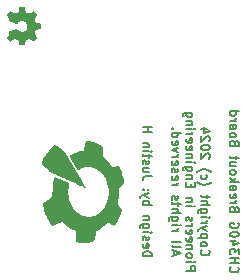
<source format=gbr>
%TF.GenerationSoftware,KiCad,Pcbnew,7.0.7*%
%TF.CreationDate,2024-04-10T23:56:21-07:00*%
%TF.ProjectId,USBTTL,55534254-544c-42e6-9b69-6361645f7063,rev?*%
%TF.SameCoordinates,Original*%
%TF.FileFunction,Legend,Bot*%
%TF.FilePolarity,Positive*%
%FSLAX46Y46*%
G04 Gerber Fmt 4.6, Leading zero omitted, Abs format (unit mm)*
G04 Created by KiCad (PCBNEW 7.0.7) date 2024-04-10 23:56:21*
%MOMM*%
%LPD*%
G01*
G04 APERTURE LIST*
%ADD10C,0.152400*%
G04 APERTURE END LIST*
D10*
X77534670Y-55868142D02*
X77498385Y-55904428D01*
X77498385Y-55904428D02*
X77462099Y-56013285D01*
X77462099Y-56013285D02*
X77462099Y-56085857D01*
X77462099Y-56085857D02*
X77498385Y-56194714D01*
X77498385Y-56194714D02*
X77570956Y-56267285D01*
X77570956Y-56267285D02*
X77643527Y-56303571D01*
X77643527Y-56303571D02*
X77788670Y-56339857D01*
X77788670Y-56339857D02*
X77897527Y-56339857D01*
X77897527Y-56339857D02*
X78042670Y-56303571D01*
X78042670Y-56303571D02*
X78115242Y-56267285D01*
X78115242Y-56267285D02*
X78187813Y-56194714D01*
X78187813Y-56194714D02*
X78224099Y-56085857D01*
X78224099Y-56085857D02*
X78224099Y-56013285D01*
X78224099Y-56013285D02*
X78187813Y-55904428D01*
X78187813Y-55904428D02*
X78151527Y-55868142D01*
X77462099Y-55541571D02*
X78224099Y-55541571D01*
X77861242Y-55541571D02*
X77861242Y-55106142D01*
X77462099Y-55106142D02*
X78224099Y-55106142D01*
X78224099Y-54815856D02*
X78224099Y-54344142D01*
X78224099Y-54344142D02*
X77933813Y-54598142D01*
X77933813Y-54598142D02*
X77933813Y-54489285D01*
X77933813Y-54489285D02*
X77897527Y-54416714D01*
X77897527Y-54416714D02*
X77861242Y-54380428D01*
X77861242Y-54380428D02*
X77788670Y-54344142D01*
X77788670Y-54344142D02*
X77607242Y-54344142D01*
X77607242Y-54344142D02*
X77534670Y-54380428D01*
X77534670Y-54380428D02*
X77498385Y-54416714D01*
X77498385Y-54416714D02*
X77462099Y-54489285D01*
X77462099Y-54489285D02*
X77462099Y-54706999D01*
X77462099Y-54706999D02*
X77498385Y-54779571D01*
X77498385Y-54779571D02*
X77534670Y-54815856D01*
X77970099Y-53691000D02*
X77462099Y-53691000D01*
X78260385Y-53872428D02*
X77716099Y-54053857D01*
X77716099Y-54053857D02*
X77716099Y-53582142D01*
X78224099Y-53146714D02*
X78224099Y-53074143D01*
X78224099Y-53074143D02*
X78187813Y-53001571D01*
X78187813Y-53001571D02*
X78151527Y-52965286D01*
X78151527Y-52965286D02*
X78078956Y-52929000D01*
X78078956Y-52929000D02*
X77933813Y-52892714D01*
X77933813Y-52892714D02*
X77752385Y-52892714D01*
X77752385Y-52892714D02*
X77607242Y-52929000D01*
X77607242Y-52929000D02*
X77534670Y-52965286D01*
X77534670Y-52965286D02*
X77498385Y-53001571D01*
X77498385Y-53001571D02*
X77462099Y-53074143D01*
X77462099Y-53074143D02*
X77462099Y-53146714D01*
X77462099Y-53146714D02*
X77498385Y-53219286D01*
X77498385Y-53219286D02*
X77534670Y-53255571D01*
X77534670Y-53255571D02*
X77607242Y-53291857D01*
X77607242Y-53291857D02*
X77752385Y-53328143D01*
X77752385Y-53328143D02*
X77933813Y-53328143D01*
X77933813Y-53328143D02*
X78078956Y-53291857D01*
X78078956Y-53291857D02*
X78151527Y-53255571D01*
X78151527Y-53255571D02*
X78187813Y-53219286D01*
X78187813Y-53219286D02*
X78224099Y-53146714D01*
X78187813Y-52167000D02*
X78224099Y-52239572D01*
X78224099Y-52239572D02*
X78224099Y-52348429D01*
X78224099Y-52348429D02*
X78187813Y-52457286D01*
X78187813Y-52457286D02*
X78115242Y-52529857D01*
X78115242Y-52529857D02*
X78042670Y-52566143D01*
X78042670Y-52566143D02*
X77897527Y-52602429D01*
X77897527Y-52602429D02*
X77788670Y-52602429D01*
X77788670Y-52602429D02*
X77643527Y-52566143D01*
X77643527Y-52566143D02*
X77570956Y-52529857D01*
X77570956Y-52529857D02*
X77498385Y-52457286D01*
X77498385Y-52457286D02*
X77462099Y-52348429D01*
X77462099Y-52348429D02*
X77462099Y-52275857D01*
X77462099Y-52275857D02*
X77498385Y-52167000D01*
X77498385Y-52167000D02*
X77534670Y-52130714D01*
X77534670Y-52130714D02*
X77788670Y-52130714D01*
X77788670Y-52130714D02*
X77788670Y-52275857D01*
X77861242Y-50969572D02*
X77824956Y-50860715D01*
X77824956Y-50860715D02*
X77788670Y-50824429D01*
X77788670Y-50824429D02*
X77716099Y-50788143D01*
X77716099Y-50788143D02*
X77607242Y-50788143D01*
X77607242Y-50788143D02*
X77534670Y-50824429D01*
X77534670Y-50824429D02*
X77498385Y-50860715D01*
X77498385Y-50860715D02*
X77462099Y-50933286D01*
X77462099Y-50933286D02*
X77462099Y-51223572D01*
X77462099Y-51223572D02*
X78224099Y-51223572D01*
X78224099Y-51223572D02*
X78224099Y-50969572D01*
X78224099Y-50969572D02*
X78187813Y-50897001D01*
X78187813Y-50897001D02*
X78151527Y-50860715D01*
X78151527Y-50860715D02*
X78078956Y-50824429D01*
X78078956Y-50824429D02*
X78006385Y-50824429D01*
X78006385Y-50824429D02*
X77933813Y-50860715D01*
X77933813Y-50860715D02*
X77897527Y-50897001D01*
X77897527Y-50897001D02*
X77861242Y-50969572D01*
X77861242Y-50969572D02*
X77861242Y-51223572D01*
X77462099Y-50461572D02*
X77970099Y-50461572D01*
X77824956Y-50461572D02*
X77897527Y-50425286D01*
X77897527Y-50425286D02*
X77933813Y-50389001D01*
X77933813Y-50389001D02*
X77970099Y-50316429D01*
X77970099Y-50316429D02*
X77970099Y-50243858D01*
X77498385Y-49699572D02*
X77462099Y-49772144D01*
X77462099Y-49772144D02*
X77462099Y-49917287D01*
X77462099Y-49917287D02*
X77498385Y-49989858D01*
X77498385Y-49989858D02*
X77570956Y-50026144D01*
X77570956Y-50026144D02*
X77861242Y-50026144D01*
X77861242Y-50026144D02*
X77933813Y-49989858D01*
X77933813Y-49989858D02*
X77970099Y-49917287D01*
X77970099Y-49917287D02*
X77970099Y-49772144D01*
X77970099Y-49772144D02*
X77933813Y-49699572D01*
X77933813Y-49699572D02*
X77861242Y-49663287D01*
X77861242Y-49663287D02*
X77788670Y-49663287D01*
X77788670Y-49663287D02*
X77716099Y-50026144D01*
X77462099Y-49010144D02*
X77861242Y-49010144D01*
X77861242Y-49010144D02*
X77933813Y-49046429D01*
X77933813Y-49046429D02*
X77970099Y-49119001D01*
X77970099Y-49119001D02*
X77970099Y-49264144D01*
X77970099Y-49264144D02*
X77933813Y-49336715D01*
X77498385Y-49010144D02*
X77462099Y-49082715D01*
X77462099Y-49082715D02*
X77462099Y-49264144D01*
X77462099Y-49264144D02*
X77498385Y-49336715D01*
X77498385Y-49336715D02*
X77570956Y-49373001D01*
X77570956Y-49373001D02*
X77643527Y-49373001D01*
X77643527Y-49373001D02*
X77716099Y-49336715D01*
X77716099Y-49336715D02*
X77752385Y-49264144D01*
X77752385Y-49264144D02*
X77752385Y-49082715D01*
X77752385Y-49082715D02*
X77788670Y-49010144D01*
X77462099Y-48647286D02*
X78224099Y-48647286D01*
X77752385Y-48574715D02*
X77462099Y-48357000D01*
X77970099Y-48357000D02*
X77679813Y-48647286D01*
X77462099Y-47921572D02*
X77498385Y-47994143D01*
X77498385Y-47994143D02*
X77534670Y-48030429D01*
X77534670Y-48030429D02*
X77607242Y-48066715D01*
X77607242Y-48066715D02*
X77824956Y-48066715D01*
X77824956Y-48066715D02*
X77897527Y-48030429D01*
X77897527Y-48030429D02*
X77933813Y-47994143D01*
X77933813Y-47994143D02*
X77970099Y-47921572D01*
X77970099Y-47921572D02*
X77970099Y-47812715D01*
X77970099Y-47812715D02*
X77933813Y-47740143D01*
X77933813Y-47740143D02*
X77897527Y-47703858D01*
X77897527Y-47703858D02*
X77824956Y-47667572D01*
X77824956Y-47667572D02*
X77607242Y-47667572D01*
X77607242Y-47667572D02*
X77534670Y-47703858D01*
X77534670Y-47703858D02*
X77498385Y-47740143D01*
X77498385Y-47740143D02*
X77462099Y-47812715D01*
X77462099Y-47812715D02*
X77462099Y-47921572D01*
X77970099Y-47014429D02*
X77462099Y-47014429D01*
X77970099Y-47341000D02*
X77570956Y-47341000D01*
X77570956Y-47341000D02*
X77498385Y-47304714D01*
X77498385Y-47304714D02*
X77462099Y-47232143D01*
X77462099Y-47232143D02*
X77462099Y-47123286D01*
X77462099Y-47123286D02*
X77498385Y-47050714D01*
X77498385Y-47050714D02*
X77534670Y-47014429D01*
X77970099Y-46760428D02*
X77970099Y-46470142D01*
X78224099Y-46651571D02*
X77570956Y-46651571D01*
X77570956Y-46651571D02*
X77498385Y-46615285D01*
X77498385Y-46615285D02*
X77462099Y-46542714D01*
X77462099Y-46542714D02*
X77462099Y-46470142D01*
X77861242Y-45381571D02*
X77824956Y-45272714D01*
X77824956Y-45272714D02*
X77788670Y-45236428D01*
X77788670Y-45236428D02*
X77716099Y-45200142D01*
X77716099Y-45200142D02*
X77607242Y-45200142D01*
X77607242Y-45200142D02*
X77534670Y-45236428D01*
X77534670Y-45236428D02*
X77498385Y-45272714D01*
X77498385Y-45272714D02*
X77462099Y-45345285D01*
X77462099Y-45345285D02*
X77462099Y-45635571D01*
X77462099Y-45635571D02*
X78224099Y-45635571D01*
X78224099Y-45635571D02*
X78224099Y-45381571D01*
X78224099Y-45381571D02*
X78187813Y-45309000D01*
X78187813Y-45309000D02*
X78151527Y-45272714D01*
X78151527Y-45272714D02*
X78078956Y-45236428D01*
X78078956Y-45236428D02*
X78006385Y-45236428D01*
X78006385Y-45236428D02*
X77933813Y-45272714D01*
X77933813Y-45272714D02*
X77897527Y-45309000D01*
X77897527Y-45309000D02*
X77861242Y-45381571D01*
X77861242Y-45381571D02*
X77861242Y-45635571D01*
X77462099Y-44764714D02*
X77498385Y-44837285D01*
X77498385Y-44837285D02*
X77534670Y-44873571D01*
X77534670Y-44873571D02*
X77607242Y-44909857D01*
X77607242Y-44909857D02*
X77824956Y-44909857D01*
X77824956Y-44909857D02*
X77897527Y-44873571D01*
X77897527Y-44873571D02*
X77933813Y-44837285D01*
X77933813Y-44837285D02*
X77970099Y-44764714D01*
X77970099Y-44764714D02*
X77970099Y-44655857D01*
X77970099Y-44655857D02*
X77933813Y-44583285D01*
X77933813Y-44583285D02*
X77897527Y-44547000D01*
X77897527Y-44547000D02*
X77824956Y-44510714D01*
X77824956Y-44510714D02*
X77607242Y-44510714D01*
X77607242Y-44510714D02*
X77534670Y-44547000D01*
X77534670Y-44547000D02*
X77498385Y-44583285D01*
X77498385Y-44583285D02*
X77462099Y-44655857D01*
X77462099Y-44655857D02*
X77462099Y-44764714D01*
X77462099Y-43857571D02*
X77861242Y-43857571D01*
X77861242Y-43857571D02*
X77933813Y-43893856D01*
X77933813Y-43893856D02*
X77970099Y-43966428D01*
X77970099Y-43966428D02*
X77970099Y-44111571D01*
X77970099Y-44111571D02*
X77933813Y-44184142D01*
X77498385Y-43857571D02*
X77462099Y-43930142D01*
X77462099Y-43930142D02*
X77462099Y-44111571D01*
X77462099Y-44111571D02*
X77498385Y-44184142D01*
X77498385Y-44184142D02*
X77570956Y-44220428D01*
X77570956Y-44220428D02*
X77643527Y-44220428D01*
X77643527Y-44220428D02*
X77716099Y-44184142D01*
X77716099Y-44184142D02*
X77752385Y-44111571D01*
X77752385Y-44111571D02*
X77752385Y-43930142D01*
X77752385Y-43930142D02*
X77788670Y-43857571D01*
X77462099Y-43494713D02*
X77970099Y-43494713D01*
X77824956Y-43494713D02*
X77897527Y-43458427D01*
X77897527Y-43458427D02*
X77933813Y-43422142D01*
X77933813Y-43422142D02*
X77970099Y-43349570D01*
X77970099Y-43349570D02*
X77970099Y-43276999D01*
X77462099Y-42696428D02*
X78224099Y-42696428D01*
X77498385Y-42696428D02*
X77462099Y-42768999D01*
X77462099Y-42768999D02*
X77462099Y-42914142D01*
X77462099Y-42914142D02*
X77498385Y-42986713D01*
X77498385Y-42986713D02*
X77534670Y-43022999D01*
X77534670Y-43022999D02*
X77607242Y-43059285D01*
X77607242Y-43059285D02*
X77824956Y-43059285D01*
X77824956Y-43059285D02*
X77897527Y-43022999D01*
X77897527Y-43022999D02*
X77933813Y-42986713D01*
X77933813Y-42986713D02*
X77970099Y-42914142D01*
X77970099Y-42914142D02*
X77970099Y-42768999D01*
X77970099Y-42768999D02*
X77933813Y-42696428D01*
X75081030Y-54434856D02*
X75044745Y-54471142D01*
X75044745Y-54471142D02*
X75008459Y-54579999D01*
X75008459Y-54579999D02*
X75008459Y-54652571D01*
X75008459Y-54652571D02*
X75044745Y-54761428D01*
X75044745Y-54761428D02*
X75117316Y-54833999D01*
X75117316Y-54833999D02*
X75189887Y-54870285D01*
X75189887Y-54870285D02*
X75335030Y-54906571D01*
X75335030Y-54906571D02*
X75443887Y-54906571D01*
X75443887Y-54906571D02*
X75589030Y-54870285D01*
X75589030Y-54870285D02*
X75661602Y-54833999D01*
X75661602Y-54833999D02*
X75734173Y-54761428D01*
X75734173Y-54761428D02*
X75770459Y-54652571D01*
X75770459Y-54652571D02*
X75770459Y-54579999D01*
X75770459Y-54579999D02*
X75734173Y-54471142D01*
X75734173Y-54471142D02*
X75697887Y-54434856D01*
X75008459Y-53999428D02*
X75044745Y-54071999D01*
X75044745Y-54071999D02*
X75081030Y-54108285D01*
X75081030Y-54108285D02*
X75153602Y-54144571D01*
X75153602Y-54144571D02*
X75371316Y-54144571D01*
X75371316Y-54144571D02*
X75443887Y-54108285D01*
X75443887Y-54108285D02*
X75480173Y-54071999D01*
X75480173Y-54071999D02*
X75516459Y-53999428D01*
X75516459Y-53999428D02*
X75516459Y-53890571D01*
X75516459Y-53890571D02*
X75480173Y-53817999D01*
X75480173Y-53817999D02*
X75443887Y-53781714D01*
X75443887Y-53781714D02*
X75371316Y-53745428D01*
X75371316Y-53745428D02*
X75153602Y-53745428D01*
X75153602Y-53745428D02*
X75081030Y-53781714D01*
X75081030Y-53781714D02*
X75044745Y-53817999D01*
X75044745Y-53817999D02*
X75008459Y-53890571D01*
X75008459Y-53890571D02*
X75008459Y-53999428D01*
X75516459Y-53418856D02*
X74754459Y-53418856D01*
X75480173Y-53418856D02*
X75516459Y-53346285D01*
X75516459Y-53346285D02*
X75516459Y-53201142D01*
X75516459Y-53201142D02*
X75480173Y-53128570D01*
X75480173Y-53128570D02*
X75443887Y-53092285D01*
X75443887Y-53092285D02*
X75371316Y-53055999D01*
X75371316Y-53055999D02*
X75153602Y-53055999D01*
X75153602Y-53055999D02*
X75081030Y-53092285D01*
X75081030Y-53092285D02*
X75044745Y-53128570D01*
X75044745Y-53128570D02*
X75008459Y-53201142D01*
X75008459Y-53201142D02*
X75008459Y-53346285D01*
X75008459Y-53346285D02*
X75044745Y-53418856D01*
X75516459Y-52801998D02*
X75008459Y-52620570D01*
X75516459Y-52439141D02*
X75008459Y-52620570D01*
X75008459Y-52620570D02*
X74827030Y-52693141D01*
X74827030Y-52693141D02*
X74790745Y-52729427D01*
X74790745Y-52729427D02*
X74754459Y-52801998D01*
X75008459Y-52148856D02*
X75516459Y-52148856D01*
X75371316Y-52148856D02*
X75443887Y-52112570D01*
X75443887Y-52112570D02*
X75480173Y-52076285D01*
X75480173Y-52076285D02*
X75516459Y-52003713D01*
X75516459Y-52003713D02*
X75516459Y-51931142D01*
X75008459Y-51677142D02*
X75516459Y-51677142D01*
X75770459Y-51677142D02*
X75734173Y-51713428D01*
X75734173Y-51713428D02*
X75697887Y-51677142D01*
X75697887Y-51677142D02*
X75734173Y-51640856D01*
X75734173Y-51640856D02*
X75770459Y-51677142D01*
X75770459Y-51677142D02*
X75697887Y-51677142D01*
X75516459Y-50987714D02*
X74899602Y-50987714D01*
X74899602Y-50987714D02*
X74827030Y-51023999D01*
X74827030Y-51023999D02*
X74790745Y-51060285D01*
X74790745Y-51060285D02*
X74754459Y-51132856D01*
X74754459Y-51132856D02*
X74754459Y-51241714D01*
X74754459Y-51241714D02*
X74790745Y-51314285D01*
X75044745Y-50987714D02*
X75008459Y-51060285D01*
X75008459Y-51060285D02*
X75008459Y-51205428D01*
X75008459Y-51205428D02*
X75044745Y-51277999D01*
X75044745Y-51277999D02*
X75081030Y-51314285D01*
X75081030Y-51314285D02*
X75153602Y-51350571D01*
X75153602Y-51350571D02*
X75371316Y-51350571D01*
X75371316Y-51350571D02*
X75443887Y-51314285D01*
X75443887Y-51314285D02*
X75480173Y-51277999D01*
X75480173Y-51277999D02*
X75516459Y-51205428D01*
X75516459Y-51205428D02*
X75516459Y-51060285D01*
X75516459Y-51060285D02*
X75480173Y-50987714D01*
X75008459Y-50624856D02*
X75770459Y-50624856D01*
X75008459Y-50298285D02*
X75407602Y-50298285D01*
X75407602Y-50298285D02*
X75480173Y-50334570D01*
X75480173Y-50334570D02*
X75516459Y-50407142D01*
X75516459Y-50407142D02*
X75516459Y-50515999D01*
X75516459Y-50515999D02*
X75480173Y-50588570D01*
X75480173Y-50588570D02*
X75443887Y-50624856D01*
X75516459Y-50044284D02*
X75516459Y-49753998D01*
X75770459Y-49935427D02*
X75117316Y-49935427D01*
X75117316Y-49935427D02*
X75044745Y-49899141D01*
X75044745Y-49899141D02*
X75008459Y-49826570D01*
X75008459Y-49826570D02*
X75008459Y-49753998D01*
X74718173Y-48701713D02*
X74754459Y-48737998D01*
X74754459Y-48737998D02*
X74863316Y-48810570D01*
X74863316Y-48810570D02*
X74935887Y-48846856D01*
X74935887Y-48846856D02*
X75044745Y-48883141D01*
X75044745Y-48883141D02*
X75226173Y-48919427D01*
X75226173Y-48919427D02*
X75371316Y-48919427D01*
X75371316Y-48919427D02*
X75552745Y-48883141D01*
X75552745Y-48883141D02*
X75661602Y-48846856D01*
X75661602Y-48846856D02*
X75734173Y-48810570D01*
X75734173Y-48810570D02*
X75843030Y-48737998D01*
X75843030Y-48737998D02*
X75879316Y-48701713D01*
X75044745Y-48084856D02*
X75008459Y-48157427D01*
X75008459Y-48157427D02*
X75008459Y-48302570D01*
X75008459Y-48302570D02*
X75044745Y-48375141D01*
X75044745Y-48375141D02*
X75081030Y-48411427D01*
X75081030Y-48411427D02*
X75153602Y-48447713D01*
X75153602Y-48447713D02*
X75371316Y-48447713D01*
X75371316Y-48447713D02*
X75443887Y-48411427D01*
X75443887Y-48411427D02*
X75480173Y-48375141D01*
X75480173Y-48375141D02*
X75516459Y-48302570D01*
X75516459Y-48302570D02*
X75516459Y-48157427D01*
X75516459Y-48157427D02*
X75480173Y-48084856D01*
X74718173Y-47830855D02*
X74754459Y-47794570D01*
X74754459Y-47794570D02*
X74863316Y-47721998D01*
X74863316Y-47721998D02*
X74935887Y-47685713D01*
X74935887Y-47685713D02*
X75044745Y-47649427D01*
X75044745Y-47649427D02*
X75226173Y-47613141D01*
X75226173Y-47613141D02*
X75371316Y-47613141D01*
X75371316Y-47613141D02*
X75552745Y-47649427D01*
X75552745Y-47649427D02*
X75661602Y-47685713D01*
X75661602Y-47685713D02*
X75734173Y-47721998D01*
X75734173Y-47721998D02*
X75843030Y-47794570D01*
X75843030Y-47794570D02*
X75879316Y-47830855D01*
X75697887Y-46705999D02*
X75734173Y-46669713D01*
X75734173Y-46669713D02*
X75770459Y-46597142D01*
X75770459Y-46597142D02*
X75770459Y-46415713D01*
X75770459Y-46415713D02*
X75734173Y-46343142D01*
X75734173Y-46343142D02*
X75697887Y-46306856D01*
X75697887Y-46306856D02*
X75625316Y-46270570D01*
X75625316Y-46270570D02*
X75552745Y-46270570D01*
X75552745Y-46270570D02*
X75443887Y-46306856D01*
X75443887Y-46306856D02*
X75008459Y-46742284D01*
X75008459Y-46742284D02*
X75008459Y-46270570D01*
X75770459Y-45798856D02*
X75770459Y-45726285D01*
X75770459Y-45726285D02*
X75734173Y-45653713D01*
X75734173Y-45653713D02*
X75697887Y-45617428D01*
X75697887Y-45617428D02*
X75625316Y-45581142D01*
X75625316Y-45581142D02*
X75480173Y-45544856D01*
X75480173Y-45544856D02*
X75298745Y-45544856D01*
X75298745Y-45544856D02*
X75153602Y-45581142D01*
X75153602Y-45581142D02*
X75081030Y-45617428D01*
X75081030Y-45617428D02*
X75044745Y-45653713D01*
X75044745Y-45653713D02*
X75008459Y-45726285D01*
X75008459Y-45726285D02*
X75008459Y-45798856D01*
X75008459Y-45798856D02*
X75044745Y-45871428D01*
X75044745Y-45871428D02*
X75081030Y-45907713D01*
X75081030Y-45907713D02*
X75153602Y-45943999D01*
X75153602Y-45943999D02*
X75298745Y-45980285D01*
X75298745Y-45980285D02*
X75480173Y-45980285D01*
X75480173Y-45980285D02*
X75625316Y-45943999D01*
X75625316Y-45943999D02*
X75697887Y-45907713D01*
X75697887Y-45907713D02*
X75734173Y-45871428D01*
X75734173Y-45871428D02*
X75770459Y-45798856D01*
X75697887Y-45254571D02*
X75734173Y-45218285D01*
X75734173Y-45218285D02*
X75770459Y-45145714D01*
X75770459Y-45145714D02*
X75770459Y-44964285D01*
X75770459Y-44964285D02*
X75734173Y-44891714D01*
X75734173Y-44891714D02*
X75697887Y-44855428D01*
X75697887Y-44855428D02*
X75625316Y-44819142D01*
X75625316Y-44819142D02*
X75552745Y-44819142D01*
X75552745Y-44819142D02*
X75443887Y-44855428D01*
X75443887Y-44855428D02*
X75008459Y-45290856D01*
X75008459Y-45290856D02*
X75008459Y-44819142D01*
X75516459Y-44166000D02*
X75008459Y-44166000D01*
X75806745Y-44347428D02*
X75262459Y-44528857D01*
X75262459Y-44528857D02*
X75262459Y-44057142D01*
X73781639Y-56194715D02*
X74543639Y-56194715D01*
X74543639Y-56194715D02*
X74543639Y-55904429D01*
X74543639Y-55904429D02*
X74507353Y-55831858D01*
X74507353Y-55831858D02*
X74471067Y-55795572D01*
X74471067Y-55795572D02*
X74398496Y-55759286D01*
X74398496Y-55759286D02*
X74289639Y-55759286D01*
X74289639Y-55759286D02*
X74217067Y-55795572D01*
X74217067Y-55795572D02*
X74180782Y-55831858D01*
X74180782Y-55831858D02*
X74144496Y-55904429D01*
X74144496Y-55904429D02*
X74144496Y-56194715D01*
X73781639Y-55432715D02*
X74289639Y-55432715D01*
X74543639Y-55432715D02*
X74507353Y-55469001D01*
X74507353Y-55469001D02*
X74471067Y-55432715D01*
X74471067Y-55432715D02*
X74507353Y-55396429D01*
X74507353Y-55396429D02*
X74543639Y-55432715D01*
X74543639Y-55432715D02*
X74471067Y-55432715D01*
X73781639Y-54961001D02*
X73817925Y-55033572D01*
X73817925Y-55033572D02*
X73854210Y-55069858D01*
X73854210Y-55069858D02*
X73926782Y-55106144D01*
X73926782Y-55106144D02*
X74144496Y-55106144D01*
X74144496Y-55106144D02*
X74217067Y-55069858D01*
X74217067Y-55069858D02*
X74253353Y-55033572D01*
X74253353Y-55033572D02*
X74289639Y-54961001D01*
X74289639Y-54961001D02*
X74289639Y-54852144D01*
X74289639Y-54852144D02*
X74253353Y-54779572D01*
X74253353Y-54779572D02*
X74217067Y-54743287D01*
X74217067Y-54743287D02*
X74144496Y-54707001D01*
X74144496Y-54707001D02*
X73926782Y-54707001D01*
X73926782Y-54707001D02*
X73854210Y-54743287D01*
X73854210Y-54743287D02*
X73817925Y-54779572D01*
X73817925Y-54779572D02*
X73781639Y-54852144D01*
X73781639Y-54852144D02*
X73781639Y-54961001D01*
X74289639Y-54380429D02*
X73781639Y-54380429D01*
X74217067Y-54380429D02*
X74253353Y-54344143D01*
X74253353Y-54344143D02*
X74289639Y-54271572D01*
X74289639Y-54271572D02*
X74289639Y-54162715D01*
X74289639Y-54162715D02*
X74253353Y-54090143D01*
X74253353Y-54090143D02*
X74180782Y-54053858D01*
X74180782Y-54053858D02*
X73781639Y-54053858D01*
X73817925Y-53400714D02*
X73781639Y-53473286D01*
X73781639Y-53473286D02*
X73781639Y-53618429D01*
X73781639Y-53618429D02*
X73817925Y-53691000D01*
X73817925Y-53691000D02*
X73890496Y-53727286D01*
X73890496Y-53727286D02*
X74180782Y-53727286D01*
X74180782Y-53727286D02*
X74253353Y-53691000D01*
X74253353Y-53691000D02*
X74289639Y-53618429D01*
X74289639Y-53618429D02*
X74289639Y-53473286D01*
X74289639Y-53473286D02*
X74253353Y-53400714D01*
X74253353Y-53400714D02*
X74180782Y-53364429D01*
X74180782Y-53364429D02*
X74108210Y-53364429D01*
X74108210Y-53364429D02*
X74035639Y-53727286D01*
X73817925Y-52747571D02*
X73781639Y-52820143D01*
X73781639Y-52820143D02*
X73781639Y-52965286D01*
X73781639Y-52965286D02*
X73817925Y-53037857D01*
X73817925Y-53037857D02*
X73890496Y-53074143D01*
X73890496Y-53074143D02*
X74180782Y-53074143D01*
X74180782Y-53074143D02*
X74253353Y-53037857D01*
X74253353Y-53037857D02*
X74289639Y-52965286D01*
X74289639Y-52965286D02*
X74289639Y-52820143D01*
X74289639Y-52820143D02*
X74253353Y-52747571D01*
X74253353Y-52747571D02*
X74180782Y-52711286D01*
X74180782Y-52711286D02*
X74108210Y-52711286D01*
X74108210Y-52711286D02*
X74035639Y-53074143D01*
X73781639Y-52384714D02*
X74289639Y-52384714D01*
X74144496Y-52384714D02*
X74217067Y-52348428D01*
X74217067Y-52348428D02*
X74253353Y-52312143D01*
X74253353Y-52312143D02*
X74289639Y-52239571D01*
X74289639Y-52239571D02*
X74289639Y-52167000D01*
X73817925Y-51949286D02*
X73781639Y-51876714D01*
X73781639Y-51876714D02*
X73781639Y-51731571D01*
X73781639Y-51731571D02*
X73817925Y-51659000D01*
X73817925Y-51659000D02*
X73890496Y-51622714D01*
X73890496Y-51622714D02*
X73926782Y-51622714D01*
X73926782Y-51622714D02*
X73999353Y-51659000D01*
X73999353Y-51659000D02*
X74035639Y-51731571D01*
X74035639Y-51731571D02*
X74035639Y-51840429D01*
X74035639Y-51840429D02*
X74071925Y-51913000D01*
X74071925Y-51913000D02*
X74144496Y-51949286D01*
X74144496Y-51949286D02*
X74180782Y-51949286D01*
X74180782Y-51949286D02*
X74253353Y-51913000D01*
X74253353Y-51913000D02*
X74289639Y-51840429D01*
X74289639Y-51840429D02*
X74289639Y-51731571D01*
X74289639Y-51731571D02*
X74253353Y-51659000D01*
X73781639Y-50715572D02*
X74289639Y-50715572D01*
X74543639Y-50715572D02*
X74507353Y-50751858D01*
X74507353Y-50751858D02*
X74471067Y-50715572D01*
X74471067Y-50715572D02*
X74507353Y-50679286D01*
X74507353Y-50679286D02*
X74543639Y-50715572D01*
X74543639Y-50715572D02*
X74471067Y-50715572D01*
X74289639Y-50352715D02*
X73781639Y-50352715D01*
X74217067Y-50352715D02*
X74253353Y-50316429D01*
X74253353Y-50316429D02*
X74289639Y-50243858D01*
X74289639Y-50243858D02*
X74289639Y-50135001D01*
X74289639Y-50135001D02*
X74253353Y-50062429D01*
X74253353Y-50062429D02*
X74180782Y-50026144D01*
X74180782Y-50026144D02*
X73781639Y-50026144D01*
X74180782Y-49082715D02*
X74180782Y-48828715D01*
X73781639Y-48719858D02*
X73781639Y-49082715D01*
X73781639Y-49082715D02*
X74543639Y-49082715D01*
X74543639Y-49082715D02*
X74543639Y-48719858D01*
X74289639Y-48393286D02*
X73781639Y-48393286D01*
X74217067Y-48393286D02*
X74253353Y-48357000D01*
X74253353Y-48357000D02*
X74289639Y-48284429D01*
X74289639Y-48284429D02*
X74289639Y-48175572D01*
X74289639Y-48175572D02*
X74253353Y-48103000D01*
X74253353Y-48103000D02*
X74180782Y-48066715D01*
X74180782Y-48066715D02*
X73781639Y-48066715D01*
X74289639Y-47377286D02*
X73672782Y-47377286D01*
X73672782Y-47377286D02*
X73600210Y-47413571D01*
X73600210Y-47413571D02*
X73563925Y-47449857D01*
X73563925Y-47449857D02*
X73527639Y-47522428D01*
X73527639Y-47522428D02*
X73527639Y-47631286D01*
X73527639Y-47631286D02*
X73563925Y-47703857D01*
X73817925Y-47377286D02*
X73781639Y-47449857D01*
X73781639Y-47449857D02*
X73781639Y-47595000D01*
X73781639Y-47595000D02*
X73817925Y-47667571D01*
X73817925Y-47667571D02*
X73854210Y-47703857D01*
X73854210Y-47703857D02*
X73926782Y-47740143D01*
X73926782Y-47740143D02*
X74144496Y-47740143D01*
X74144496Y-47740143D02*
X74217067Y-47703857D01*
X74217067Y-47703857D02*
X74253353Y-47667571D01*
X74253353Y-47667571D02*
X74289639Y-47595000D01*
X74289639Y-47595000D02*
X74289639Y-47449857D01*
X74289639Y-47449857D02*
X74253353Y-47377286D01*
X73781639Y-47014428D02*
X74289639Y-47014428D01*
X74543639Y-47014428D02*
X74507353Y-47050714D01*
X74507353Y-47050714D02*
X74471067Y-47014428D01*
X74471067Y-47014428D02*
X74507353Y-46978142D01*
X74507353Y-46978142D02*
X74543639Y-47014428D01*
X74543639Y-47014428D02*
X74471067Y-47014428D01*
X74289639Y-46651571D02*
X73781639Y-46651571D01*
X74217067Y-46651571D02*
X74253353Y-46615285D01*
X74253353Y-46615285D02*
X74289639Y-46542714D01*
X74289639Y-46542714D02*
X74289639Y-46433857D01*
X74289639Y-46433857D02*
X74253353Y-46361285D01*
X74253353Y-46361285D02*
X74180782Y-46325000D01*
X74180782Y-46325000D02*
X73781639Y-46325000D01*
X73817925Y-45671856D02*
X73781639Y-45744428D01*
X73781639Y-45744428D02*
X73781639Y-45889571D01*
X73781639Y-45889571D02*
X73817925Y-45962142D01*
X73817925Y-45962142D02*
X73890496Y-45998428D01*
X73890496Y-45998428D02*
X74180782Y-45998428D01*
X74180782Y-45998428D02*
X74253353Y-45962142D01*
X74253353Y-45962142D02*
X74289639Y-45889571D01*
X74289639Y-45889571D02*
X74289639Y-45744428D01*
X74289639Y-45744428D02*
X74253353Y-45671856D01*
X74253353Y-45671856D02*
X74180782Y-45635571D01*
X74180782Y-45635571D02*
X74108210Y-45635571D01*
X74108210Y-45635571D02*
X74035639Y-45998428D01*
X73817925Y-45018713D02*
X73781639Y-45091285D01*
X73781639Y-45091285D02*
X73781639Y-45236428D01*
X73781639Y-45236428D02*
X73817925Y-45308999D01*
X73817925Y-45308999D02*
X73890496Y-45345285D01*
X73890496Y-45345285D02*
X74180782Y-45345285D01*
X74180782Y-45345285D02*
X74253353Y-45308999D01*
X74253353Y-45308999D02*
X74289639Y-45236428D01*
X74289639Y-45236428D02*
X74289639Y-45091285D01*
X74289639Y-45091285D02*
X74253353Y-45018713D01*
X74253353Y-45018713D02*
X74180782Y-44982428D01*
X74180782Y-44982428D02*
X74108210Y-44982428D01*
X74108210Y-44982428D02*
X74035639Y-45345285D01*
X73781639Y-44655856D02*
X74289639Y-44655856D01*
X74144496Y-44655856D02*
X74217067Y-44619570D01*
X74217067Y-44619570D02*
X74253353Y-44583285D01*
X74253353Y-44583285D02*
X74289639Y-44510713D01*
X74289639Y-44510713D02*
X74289639Y-44438142D01*
X73781639Y-44184142D02*
X74289639Y-44184142D01*
X74543639Y-44184142D02*
X74507353Y-44220428D01*
X74507353Y-44220428D02*
X74471067Y-44184142D01*
X74471067Y-44184142D02*
X74507353Y-44147856D01*
X74507353Y-44147856D02*
X74543639Y-44184142D01*
X74543639Y-44184142D02*
X74471067Y-44184142D01*
X74289639Y-43821285D02*
X73781639Y-43821285D01*
X74217067Y-43821285D02*
X74253353Y-43784999D01*
X74253353Y-43784999D02*
X74289639Y-43712428D01*
X74289639Y-43712428D02*
X74289639Y-43603571D01*
X74289639Y-43603571D02*
X74253353Y-43530999D01*
X74253353Y-43530999D02*
X74180782Y-43494714D01*
X74180782Y-43494714D02*
X73781639Y-43494714D01*
X74289639Y-42805285D02*
X73672782Y-42805285D01*
X73672782Y-42805285D02*
X73600210Y-42841570D01*
X73600210Y-42841570D02*
X73563925Y-42877856D01*
X73563925Y-42877856D02*
X73527639Y-42950427D01*
X73527639Y-42950427D02*
X73527639Y-43059285D01*
X73527639Y-43059285D02*
X73563925Y-43131856D01*
X73817925Y-42805285D02*
X73781639Y-42877856D01*
X73781639Y-42877856D02*
X73781639Y-43022999D01*
X73781639Y-43022999D02*
X73817925Y-43095570D01*
X73817925Y-43095570D02*
X73854210Y-43131856D01*
X73854210Y-43131856D02*
X73926782Y-43168142D01*
X73926782Y-43168142D02*
X74144496Y-43168142D01*
X74144496Y-43168142D02*
X74217067Y-43131856D01*
X74217067Y-43131856D02*
X74253353Y-43095570D01*
X74253353Y-43095570D02*
X74289639Y-43022999D01*
X74289639Y-43022999D02*
X74289639Y-42877856D01*
X74289639Y-42877856D02*
X74253353Y-42805285D01*
X72772533Y-54870285D02*
X72772533Y-54507428D01*
X72554819Y-54942856D02*
X73316819Y-54688856D01*
X73316819Y-54688856D02*
X72554819Y-54434856D01*
X72554819Y-54071999D02*
X72591105Y-54144570D01*
X72591105Y-54144570D02*
X72663676Y-54180856D01*
X72663676Y-54180856D02*
X73316819Y-54180856D01*
X72554819Y-53672856D02*
X72591105Y-53745427D01*
X72591105Y-53745427D02*
X72663676Y-53781713D01*
X72663676Y-53781713D02*
X73316819Y-53781713D01*
X72554819Y-52801999D02*
X73062819Y-52801999D01*
X72917676Y-52801999D02*
X72990247Y-52765713D01*
X72990247Y-52765713D02*
X73026533Y-52729428D01*
X73026533Y-52729428D02*
X73062819Y-52656856D01*
X73062819Y-52656856D02*
X73062819Y-52584285D01*
X72554819Y-52330285D02*
X73062819Y-52330285D01*
X73316819Y-52330285D02*
X73280533Y-52366571D01*
X73280533Y-52366571D02*
X73244247Y-52330285D01*
X73244247Y-52330285D02*
X73280533Y-52293999D01*
X73280533Y-52293999D02*
X73316819Y-52330285D01*
X73316819Y-52330285D02*
X73244247Y-52330285D01*
X73062819Y-51640857D02*
X72445962Y-51640857D01*
X72445962Y-51640857D02*
X72373390Y-51677142D01*
X72373390Y-51677142D02*
X72337105Y-51713428D01*
X72337105Y-51713428D02*
X72300819Y-51785999D01*
X72300819Y-51785999D02*
X72300819Y-51894857D01*
X72300819Y-51894857D02*
X72337105Y-51967428D01*
X72591105Y-51640857D02*
X72554819Y-51713428D01*
X72554819Y-51713428D02*
X72554819Y-51858571D01*
X72554819Y-51858571D02*
X72591105Y-51931142D01*
X72591105Y-51931142D02*
X72627390Y-51967428D01*
X72627390Y-51967428D02*
X72699962Y-52003714D01*
X72699962Y-52003714D02*
X72917676Y-52003714D01*
X72917676Y-52003714D02*
X72990247Y-51967428D01*
X72990247Y-51967428D02*
X73026533Y-51931142D01*
X73026533Y-51931142D02*
X73062819Y-51858571D01*
X73062819Y-51858571D02*
X73062819Y-51713428D01*
X73062819Y-51713428D02*
X73026533Y-51640857D01*
X72554819Y-51277999D02*
X73316819Y-51277999D01*
X72554819Y-50951428D02*
X72953962Y-50951428D01*
X72953962Y-50951428D02*
X73026533Y-50987713D01*
X73026533Y-50987713D02*
X73062819Y-51060285D01*
X73062819Y-51060285D02*
X73062819Y-51169142D01*
X73062819Y-51169142D02*
X73026533Y-51241713D01*
X73026533Y-51241713D02*
X72990247Y-51277999D01*
X73062819Y-50697427D02*
X73062819Y-50407141D01*
X73316819Y-50588570D02*
X72663676Y-50588570D01*
X72663676Y-50588570D02*
X72591105Y-50552284D01*
X72591105Y-50552284D02*
X72554819Y-50479713D01*
X72554819Y-50479713D02*
X72554819Y-50407141D01*
X72591105Y-50189427D02*
X72554819Y-50116855D01*
X72554819Y-50116855D02*
X72554819Y-49971712D01*
X72554819Y-49971712D02*
X72591105Y-49899141D01*
X72591105Y-49899141D02*
X72663676Y-49862855D01*
X72663676Y-49862855D02*
X72699962Y-49862855D01*
X72699962Y-49862855D02*
X72772533Y-49899141D01*
X72772533Y-49899141D02*
X72808819Y-49971712D01*
X72808819Y-49971712D02*
X72808819Y-50080570D01*
X72808819Y-50080570D02*
X72845105Y-50153141D01*
X72845105Y-50153141D02*
X72917676Y-50189427D01*
X72917676Y-50189427D02*
X72953962Y-50189427D01*
X72953962Y-50189427D02*
X73026533Y-50153141D01*
X73026533Y-50153141D02*
X73062819Y-50080570D01*
X73062819Y-50080570D02*
X73062819Y-49971712D01*
X73062819Y-49971712D02*
X73026533Y-49899141D01*
X72554819Y-48955713D02*
X73062819Y-48955713D01*
X72917676Y-48955713D02*
X72990247Y-48919427D01*
X72990247Y-48919427D02*
X73026533Y-48883142D01*
X73026533Y-48883142D02*
X73062819Y-48810570D01*
X73062819Y-48810570D02*
X73062819Y-48737999D01*
X72591105Y-48193713D02*
X72554819Y-48266285D01*
X72554819Y-48266285D02*
X72554819Y-48411428D01*
X72554819Y-48411428D02*
X72591105Y-48483999D01*
X72591105Y-48483999D02*
X72663676Y-48520285D01*
X72663676Y-48520285D02*
X72953962Y-48520285D01*
X72953962Y-48520285D02*
X73026533Y-48483999D01*
X73026533Y-48483999D02*
X73062819Y-48411428D01*
X73062819Y-48411428D02*
X73062819Y-48266285D01*
X73062819Y-48266285D02*
X73026533Y-48193713D01*
X73026533Y-48193713D02*
X72953962Y-48157428D01*
X72953962Y-48157428D02*
X72881390Y-48157428D01*
X72881390Y-48157428D02*
X72808819Y-48520285D01*
X72591105Y-47867142D02*
X72554819Y-47794570D01*
X72554819Y-47794570D02*
X72554819Y-47649427D01*
X72554819Y-47649427D02*
X72591105Y-47576856D01*
X72591105Y-47576856D02*
X72663676Y-47540570D01*
X72663676Y-47540570D02*
X72699962Y-47540570D01*
X72699962Y-47540570D02*
X72772533Y-47576856D01*
X72772533Y-47576856D02*
X72808819Y-47649427D01*
X72808819Y-47649427D02*
X72808819Y-47758285D01*
X72808819Y-47758285D02*
X72845105Y-47830856D01*
X72845105Y-47830856D02*
X72917676Y-47867142D01*
X72917676Y-47867142D02*
X72953962Y-47867142D01*
X72953962Y-47867142D02*
X73026533Y-47830856D01*
X73026533Y-47830856D02*
X73062819Y-47758285D01*
X73062819Y-47758285D02*
X73062819Y-47649427D01*
X73062819Y-47649427D02*
X73026533Y-47576856D01*
X72591105Y-46923713D02*
X72554819Y-46996285D01*
X72554819Y-46996285D02*
X72554819Y-47141428D01*
X72554819Y-47141428D02*
X72591105Y-47213999D01*
X72591105Y-47213999D02*
X72663676Y-47250285D01*
X72663676Y-47250285D02*
X72953962Y-47250285D01*
X72953962Y-47250285D02*
X73026533Y-47213999D01*
X73026533Y-47213999D02*
X73062819Y-47141428D01*
X73062819Y-47141428D02*
X73062819Y-46996285D01*
X73062819Y-46996285D02*
X73026533Y-46923713D01*
X73026533Y-46923713D02*
X72953962Y-46887428D01*
X72953962Y-46887428D02*
X72881390Y-46887428D01*
X72881390Y-46887428D02*
X72808819Y-47250285D01*
X72554819Y-46560856D02*
X73062819Y-46560856D01*
X72917676Y-46560856D02*
X72990247Y-46524570D01*
X72990247Y-46524570D02*
X73026533Y-46488285D01*
X73026533Y-46488285D02*
X73062819Y-46415713D01*
X73062819Y-46415713D02*
X73062819Y-46343142D01*
X73062819Y-46161713D02*
X72554819Y-45980285D01*
X72554819Y-45980285D02*
X73062819Y-45798856D01*
X72591105Y-45218285D02*
X72554819Y-45290857D01*
X72554819Y-45290857D02*
X72554819Y-45436000D01*
X72554819Y-45436000D02*
X72591105Y-45508571D01*
X72591105Y-45508571D02*
X72663676Y-45544857D01*
X72663676Y-45544857D02*
X72953962Y-45544857D01*
X72953962Y-45544857D02*
X73026533Y-45508571D01*
X73026533Y-45508571D02*
X73062819Y-45436000D01*
X73062819Y-45436000D02*
X73062819Y-45290857D01*
X73062819Y-45290857D02*
X73026533Y-45218285D01*
X73026533Y-45218285D02*
X72953962Y-45182000D01*
X72953962Y-45182000D02*
X72881390Y-45182000D01*
X72881390Y-45182000D02*
X72808819Y-45544857D01*
X72554819Y-44528857D02*
X73316819Y-44528857D01*
X72591105Y-44528857D02*
X72554819Y-44601428D01*
X72554819Y-44601428D02*
X72554819Y-44746571D01*
X72554819Y-44746571D02*
X72591105Y-44819142D01*
X72591105Y-44819142D02*
X72627390Y-44855428D01*
X72627390Y-44855428D02*
X72699962Y-44891714D01*
X72699962Y-44891714D02*
X72917676Y-44891714D01*
X72917676Y-44891714D02*
X72990247Y-44855428D01*
X72990247Y-44855428D02*
X73026533Y-44819142D01*
X73026533Y-44819142D02*
X73062819Y-44746571D01*
X73062819Y-44746571D02*
X73062819Y-44601428D01*
X73062819Y-44601428D02*
X73026533Y-44528857D01*
X72627390Y-44165999D02*
X72591105Y-44129713D01*
X72591105Y-44129713D02*
X72554819Y-44165999D01*
X72554819Y-44165999D02*
X72591105Y-44202285D01*
X72591105Y-44202285D02*
X72627390Y-44165999D01*
X72627390Y-44165999D02*
X72554819Y-44165999D01*
X70101179Y-54979142D02*
X70863179Y-54979142D01*
X70863179Y-54979142D02*
X70863179Y-54797713D01*
X70863179Y-54797713D02*
X70826893Y-54688856D01*
X70826893Y-54688856D02*
X70754322Y-54616285D01*
X70754322Y-54616285D02*
X70681750Y-54579999D01*
X70681750Y-54579999D02*
X70536607Y-54543713D01*
X70536607Y-54543713D02*
X70427750Y-54543713D01*
X70427750Y-54543713D02*
X70282607Y-54579999D01*
X70282607Y-54579999D02*
X70210036Y-54616285D01*
X70210036Y-54616285D02*
X70137465Y-54688856D01*
X70137465Y-54688856D02*
X70101179Y-54797713D01*
X70101179Y-54797713D02*
X70101179Y-54979142D01*
X70137465Y-53926856D02*
X70101179Y-53999428D01*
X70101179Y-53999428D02*
X70101179Y-54144571D01*
X70101179Y-54144571D02*
X70137465Y-54217142D01*
X70137465Y-54217142D02*
X70210036Y-54253428D01*
X70210036Y-54253428D02*
X70500322Y-54253428D01*
X70500322Y-54253428D02*
X70572893Y-54217142D01*
X70572893Y-54217142D02*
X70609179Y-54144571D01*
X70609179Y-54144571D02*
X70609179Y-53999428D01*
X70609179Y-53999428D02*
X70572893Y-53926856D01*
X70572893Y-53926856D02*
X70500322Y-53890571D01*
X70500322Y-53890571D02*
X70427750Y-53890571D01*
X70427750Y-53890571D02*
X70355179Y-54253428D01*
X70137465Y-53600285D02*
X70101179Y-53527713D01*
X70101179Y-53527713D02*
X70101179Y-53382570D01*
X70101179Y-53382570D02*
X70137465Y-53309999D01*
X70137465Y-53309999D02*
X70210036Y-53273713D01*
X70210036Y-53273713D02*
X70246322Y-53273713D01*
X70246322Y-53273713D02*
X70318893Y-53309999D01*
X70318893Y-53309999D02*
X70355179Y-53382570D01*
X70355179Y-53382570D02*
X70355179Y-53491428D01*
X70355179Y-53491428D02*
X70391465Y-53563999D01*
X70391465Y-53563999D02*
X70464036Y-53600285D01*
X70464036Y-53600285D02*
X70500322Y-53600285D01*
X70500322Y-53600285D02*
X70572893Y-53563999D01*
X70572893Y-53563999D02*
X70609179Y-53491428D01*
X70609179Y-53491428D02*
X70609179Y-53382570D01*
X70609179Y-53382570D02*
X70572893Y-53309999D01*
X70101179Y-52947142D02*
X70609179Y-52947142D01*
X70863179Y-52947142D02*
X70826893Y-52983428D01*
X70826893Y-52983428D02*
X70790607Y-52947142D01*
X70790607Y-52947142D02*
X70826893Y-52910856D01*
X70826893Y-52910856D02*
X70863179Y-52947142D01*
X70863179Y-52947142D02*
X70790607Y-52947142D01*
X70609179Y-52257714D02*
X69992322Y-52257714D01*
X69992322Y-52257714D02*
X69919750Y-52293999D01*
X69919750Y-52293999D02*
X69883465Y-52330285D01*
X69883465Y-52330285D02*
X69847179Y-52402856D01*
X69847179Y-52402856D02*
X69847179Y-52511714D01*
X69847179Y-52511714D02*
X69883465Y-52584285D01*
X70137465Y-52257714D02*
X70101179Y-52330285D01*
X70101179Y-52330285D02*
X70101179Y-52475428D01*
X70101179Y-52475428D02*
X70137465Y-52547999D01*
X70137465Y-52547999D02*
X70173750Y-52584285D01*
X70173750Y-52584285D02*
X70246322Y-52620571D01*
X70246322Y-52620571D02*
X70464036Y-52620571D01*
X70464036Y-52620571D02*
X70536607Y-52584285D01*
X70536607Y-52584285D02*
X70572893Y-52547999D01*
X70572893Y-52547999D02*
X70609179Y-52475428D01*
X70609179Y-52475428D02*
X70609179Y-52330285D01*
X70609179Y-52330285D02*
X70572893Y-52257714D01*
X70609179Y-51894856D02*
X70101179Y-51894856D01*
X70536607Y-51894856D02*
X70572893Y-51858570D01*
X70572893Y-51858570D02*
X70609179Y-51785999D01*
X70609179Y-51785999D02*
X70609179Y-51677142D01*
X70609179Y-51677142D02*
X70572893Y-51604570D01*
X70572893Y-51604570D02*
X70500322Y-51568285D01*
X70500322Y-51568285D02*
X70101179Y-51568285D01*
X70101179Y-50624856D02*
X70863179Y-50624856D01*
X70572893Y-50624856D02*
X70609179Y-50552285D01*
X70609179Y-50552285D02*
X70609179Y-50407142D01*
X70609179Y-50407142D02*
X70572893Y-50334570D01*
X70572893Y-50334570D02*
X70536607Y-50298285D01*
X70536607Y-50298285D02*
X70464036Y-50261999D01*
X70464036Y-50261999D02*
X70246322Y-50261999D01*
X70246322Y-50261999D02*
X70173750Y-50298285D01*
X70173750Y-50298285D02*
X70137465Y-50334570D01*
X70137465Y-50334570D02*
X70101179Y-50407142D01*
X70101179Y-50407142D02*
X70101179Y-50552285D01*
X70101179Y-50552285D02*
X70137465Y-50624856D01*
X70609179Y-50007998D02*
X70101179Y-49826570D01*
X70609179Y-49645141D02*
X70101179Y-49826570D01*
X70101179Y-49826570D02*
X69919750Y-49899141D01*
X69919750Y-49899141D02*
X69883465Y-49935427D01*
X69883465Y-49935427D02*
X69847179Y-50007998D01*
X70173750Y-49354856D02*
X70137465Y-49318570D01*
X70137465Y-49318570D02*
X70101179Y-49354856D01*
X70101179Y-49354856D02*
X70137465Y-49391142D01*
X70137465Y-49391142D02*
X70173750Y-49354856D01*
X70173750Y-49354856D02*
X70101179Y-49354856D01*
X70572893Y-49354856D02*
X70536607Y-49318570D01*
X70536607Y-49318570D02*
X70500322Y-49354856D01*
X70500322Y-49354856D02*
X70536607Y-49391142D01*
X70536607Y-49391142D02*
X70572893Y-49354856D01*
X70572893Y-49354856D02*
X70500322Y-49354856D01*
X70863179Y-48193714D02*
X70318893Y-48193714D01*
X70318893Y-48193714D02*
X70210036Y-48229999D01*
X70210036Y-48229999D02*
X70137465Y-48302571D01*
X70137465Y-48302571D02*
X70101179Y-48411428D01*
X70101179Y-48411428D02*
X70101179Y-48483999D01*
X70609179Y-47504286D02*
X70101179Y-47504286D01*
X70609179Y-47830857D02*
X70210036Y-47830857D01*
X70210036Y-47830857D02*
X70137465Y-47794571D01*
X70137465Y-47794571D02*
X70101179Y-47722000D01*
X70101179Y-47722000D02*
X70101179Y-47613143D01*
X70101179Y-47613143D02*
X70137465Y-47540571D01*
X70137465Y-47540571D02*
X70173750Y-47504286D01*
X70137465Y-47177714D02*
X70101179Y-47105142D01*
X70101179Y-47105142D02*
X70101179Y-46959999D01*
X70101179Y-46959999D02*
X70137465Y-46887428D01*
X70137465Y-46887428D02*
X70210036Y-46851142D01*
X70210036Y-46851142D02*
X70246322Y-46851142D01*
X70246322Y-46851142D02*
X70318893Y-46887428D01*
X70318893Y-46887428D02*
X70355179Y-46959999D01*
X70355179Y-46959999D02*
X70355179Y-47068857D01*
X70355179Y-47068857D02*
X70391465Y-47141428D01*
X70391465Y-47141428D02*
X70464036Y-47177714D01*
X70464036Y-47177714D02*
X70500322Y-47177714D01*
X70500322Y-47177714D02*
X70572893Y-47141428D01*
X70572893Y-47141428D02*
X70609179Y-47068857D01*
X70609179Y-47068857D02*
X70609179Y-46959999D01*
X70609179Y-46959999D02*
X70572893Y-46887428D01*
X70609179Y-46633428D02*
X70609179Y-46343142D01*
X70863179Y-46524571D02*
X70210036Y-46524571D01*
X70210036Y-46524571D02*
X70137465Y-46488285D01*
X70137465Y-46488285D02*
X70101179Y-46415714D01*
X70101179Y-46415714D02*
X70101179Y-46343142D01*
X70101179Y-46089142D02*
X70609179Y-46089142D01*
X70863179Y-46089142D02*
X70826893Y-46125428D01*
X70826893Y-46125428D02*
X70790607Y-46089142D01*
X70790607Y-46089142D02*
X70826893Y-46052856D01*
X70826893Y-46052856D02*
X70863179Y-46089142D01*
X70863179Y-46089142D02*
X70790607Y-46089142D01*
X70609179Y-45726285D02*
X70101179Y-45726285D01*
X70536607Y-45726285D02*
X70572893Y-45689999D01*
X70572893Y-45689999D02*
X70609179Y-45617428D01*
X70609179Y-45617428D02*
X70609179Y-45508571D01*
X70609179Y-45508571D02*
X70572893Y-45435999D01*
X70572893Y-45435999D02*
X70500322Y-45399714D01*
X70500322Y-45399714D02*
X70101179Y-45399714D01*
X70101179Y-44456285D02*
X70863179Y-44456285D01*
X70500322Y-44456285D02*
X70500322Y-44020856D01*
X70101179Y-44020856D02*
X70863179Y-44020856D01*
%TO.C,G\u002A\u002A\u002A*%
G36*
X59933404Y-33873404D02*
G01*
X59977435Y-33873590D01*
X60012588Y-33873940D01*
X60039869Y-33874491D01*
X60060286Y-33875283D01*
X60074844Y-33876352D01*
X60084551Y-33877737D01*
X60090413Y-33879475D01*
X60093436Y-33881604D01*
X60093527Y-33881726D01*
X60096161Y-33889414D01*
X60100469Y-33906597D01*
X60106183Y-33932021D01*
X60113040Y-33964434D01*
X60120772Y-34002583D01*
X60129116Y-34045216D01*
X60137806Y-34091078D01*
X60139249Y-34098805D01*
X60150681Y-34158887D01*
X60160497Y-34208283D01*
X60168734Y-34247154D01*
X60175425Y-34275662D01*
X60180607Y-34293968D01*
X60184316Y-34302232D01*
X60187541Y-34304643D01*
X60200283Y-34311666D01*
X60220703Y-34321693D01*
X60247201Y-34334034D01*
X60278175Y-34348001D01*
X60312021Y-34362905D01*
X60347139Y-34378059D01*
X60381925Y-34392772D01*
X60414777Y-34406358D01*
X60444095Y-34418128D01*
X60468274Y-34427392D01*
X60485713Y-34433463D01*
X60494811Y-34435653D01*
X60495167Y-34435637D01*
X60504768Y-34431911D01*
X60523110Y-34421679D01*
X60550120Y-34404990D01*
X60585722Y-34381889D01*
X60629843Y-34352425D01*
X60682407Y-34316645D01*
X60689092Y-34312065D01*
X60727702Y-34285764D01*
X60763478Y-34261647D01*
X60795386Y-34240392D01*
X60822392Y-34222679D01*
X60843464Y-34209186D01*
X60857567Y-34200592D01*
X60863668Y-34197577D01*
X60864392Y-34197848D01*
X60871731Y-34203548D01*
X60885680Y-34216014D01*
X60905360Y-34234407D01*
X60929895Y-34257889D01*
X60958407Y-34285623D01*
X60990019Y-34316771D01*
X61023853Y-34350496D01*
X61049875Y-34376625D01*
X61084728Y-34411844D01*
X61112742Y-34440521D01*
X61134547Y-34463349D01*
X61150771Y-34481021D01*
X61162043Y-34494228D01*
X61168994Y-34503663D01*
X61172252Y-34510018D01*
X61172446Y-34513986D01*
X61172445Y-34513990D01*
X61168496Y-34520837D01*
X61159023Y-34535640D01*
X61144751Y-34557316D01*
X61126402Y-34584781D01*
X61104702Y-34616953D01*
X61080373Y-34652748D01*
X61054140Y-34691082D01*
X61027926Y-34729323D01*
X61003433Y-34765178D01*
X60981490Y-34797420D01*
X60962835Y-34824964D01*
X60948204Y-34846720D01*
X60938334Y-34861601D01*
X60933962Y-34868518D01*
X60931272Y-34877051D01*
X60931798Y-34891586D01*
X60935250Y-34901805D01*
X60942704Y-34921680D01*
X60952895Y-34947556D01*
X60965139Y-34977813D01*
X60978752Y-35010833D01*
X60993051Y-35044994D01*
X61007350Y-35078678D01*
X61020967Y-35110264D01*
X61033218Y-35138133D01*
X61043418Y-35160664D01*
X61050884Y-35176239D01*
X61054932Y-35183236D01*
X61059479Y-35186159D01*
X61069141Y-35189820D01*
X61084553Y-35194181D01*
X61106564Y-35199431D01*
X61136020Y-35205761D01*
X61173769Y-35213360D01*
X61220659Y-35222418D01*
X61277537Y-35233126D01*
X61294797Y-35236357D01*
X61354946Y-35247843D01*
X61404310Y-35257667D01*
X61442951Y-35265842D01*
X61470930Y-35272383D01*
X61488308Y-35277302D01*
X61495147Y-35280612D01*
X61496170Y-35285934D01*
X61497246Y-35301214D01*
X61498144Y-35324776D01*
X61498865Y-35355139D01*
X61499409Y-35390819D01*
X61499775Y-35430334D01*
X61499964Y-35472202D01*
X61499976Y-35514940D01*
X61499811Y-35557066D01*
X61499469Y-35597097D01*
X61498951Y-35633551D01*
X61498256Y-35664946D01*
X61497384Y-35689799D01*
X61496336Y-35706627D01*
X61495112Y-35713948D01*
X61493922Y-35714932D01*
X61483753Y-35718728D01*
X61463420Y-35724055D01*
X61432782Y-35730945D01*
X61391701Y-35739427D01*
X61340036Y-35749531D01*
X61277650Y-35761287D01*
X61275081Y-35761765D01*
X61218954Y-35772291D01*
X61172753Y-35781182D01*
X61135604Y-35788632D01*
X61106635Y-35794837D01*
X61084971Y-35799993D01*
X61069739Y-35804295D01*
X61060067Y-35807939D01*
X61055079Y-35811121D01*
X61052312Y-35815629D01*
X61045572Y-35829331D01*
X61035935Y-35850376D01*
X61024087Y-35877145D01*
X61010710Y-35908016D01*
X60996491Y-35941371D01*
X60982112Y-35975589D01*
X60968260Y-36009049D01*
X60955618Y-36040133D01*
X60944870Y-36067219D01*
X60936702Y-36088688D01*
X60931798Y-36102919D01*
X60930755Y-36111941D01*
X60933962Y-36125987D01*
X60938309Y-36132866D01*
X60948161Y-36147720D01*
X60962777Y-36169455D01*
X60981419Y-36196980D01*
X61003352Y-36229208D01*
X61027838Y-36265052D01*
X61054140Y-36303423D01*
X61054187Y-36303492D01*
X61080418Y-36341822D01*
X61104743Y-36377612D01*
X61126438Y-36409776D01*
X61144779Y-36437233D01*
X61159044Y-36458898D01*
X61168508Y-36473687D01*
X61172446Y-36480519D01*
X61172644Y-36482803D01*
X61170573Y-36488210D01*
X61165039Y-36496444D01*
X61155411Y-36508199D01*
X61141061Y-36524167D01*
X61121359Y-36545039D01*
X61095677Y-36571509D01*
X61063384Y-36604268D01*
X61023853Y-36644009D01*
X61014742Y-36653127D01*
X60981411Y-36686252D01*
X60950533Y-36716579D01*
X60922987Y-36743271D01*
X60899650Y-36765489D01*
X60881399Y-36782397D01*
X60869113Y-36793155D01*
X60863668Y-36796928D01*
X60863247Y-36796840D01*
X60855731Y-36792841D01*
X60840386Y-36783378D01*
X60818246Y-36769129D01*
X60790344Y-36750774D01*
X60757715Y-36728991D01*
X60721391Y-36704460D01*
X60682407Y-36677860D01*
X60678295Y-36675041D01*
X60626343Y-36639719D01*
X60582840Y-36610717D01*
X60547862Y-36588082D01*
X60521481Y-36571861D01*
X60503772Y-36562102D01*
X60494811Y-36558852D01*
X60490694Y-36559596D01*
X60476605Y-36564101D01*
X60455095Y-36572092D01*
X60427766Y-36582881D01*
X60396221Y-36595778D01*
X60362061Y-36610097D01*
X60326889Y-36625147D01*
X60292306Y-36640242D01*
X60259916Y-36654691D01*
X60231319Y-36667808D01*
X60208119Y-36678902D01*
X60191917Y-36687287D01*
X60184316Y-36692273D01*
X60183957Y-36692726D01*
X60180078Y-36702155D01*
X60174722Y-36721644D01*
X60167852Y-36751355D01*
X60159433Y-36791448D01*
X60149429Y-36842085D01*
X60137806Y-36903426D01*
X60137325Y-36906004D01*
X60128648Y-36951722D01*
X60120330Y-36994141D01*
X60112638Y-37032008D01*
X60105838Y-37064071D01*
X60100194Y-37089075D01*
X60095971Y-37105769D01*
X60093436Y-37112900D01*
X60093236Y-37113129D01*
X60089978Y-37115218D01*
X60083782Y-37116919D01*
X60073642Y-37118271D01*
X60058551Y-37119311D01*
X60037503Y-37120078D01*
X60009491Y-37120608D01*
X59973508Y-37120940D01*
X59928548Y-37121111D01*
X59873604Y-37121160D01*
X59849135Y-37121149D01*
X59797460Y-37121024D01*
X59755459Y-37120733D01*
X59722201Y-37120246D01*
X59696755Y-37119530D01*
X59678190Y-37118554D01*
X59665577Y-37117287D01*
X59657984Y-37115697D01*
X59654480Y-37113753D01*
X59652285Y-37107504D01*
X59648306Y-37091544D01*
X59642894Y-37067228D01*
X59636315Y-37035826D01*
X59628834Y-36998606D01*
X59620716Y-36956840D01*
X59612228Y-36911794D01*
X59604344Y-36869978D01*
X59596066Y-36827504D01*
X59588347Y-36789319D01*
X59581463Y-36756729D01*
X59575689Y-36731040D01*
X59571303Y-36713557D01*
X59568581Y-36705586D01*
X59564932Y-36702185D01*
X59552219Y-36694666D01*
X59530543Y-36684165D01*
X59499551Y-36670522D01*
X59458888Y-36653579D01*
X59408201Y-36633174D01*
X59396061Y-36628353D01*
X59357805Y-36613213D01*
X59322877Y-36599472D01*
X59292652Y-36587664D01*
X59268506Y-36578326D01*
X59251816Y-36571993D01*
X59243956Y-36569202D01*
X59240977Y-36568587D01*
X59236646Y-36568709D01*
X59230912Y-36570332D01*
X59222926Y-36573983D01*
X59211840Y-36580191D01*
X59196805Y-36589483D01*
X59176974Y-36602389D01*
X59151498Y-36619435D01*
X59119528Y-36641151D01*
X59080217Y-36668064D01*
X59032715Y-36700702D01*
X59022604Y-36707643D01*
X58988828Y-36730653D01*
X58957975Y-36751405D01*
X58931267Y-36769097D01*
X58909923Y-36782926D01*
X58895164Y-36792088D01*
X58888210Y-36795782D01*
X58886447Y-36795684D01*
X58879669Y-36792098D01*
X58868457Y-36783486D01*
X58852283Y-36769363D01*
X58830619Y-36749244D01*
X58802937Y-36722642D01*
X58768708Y-36689074D01*
X58727405Y-36648055D01*
X58708640Y-36629291D01*
X58667639Y-36587894D01*
X58634459Y-36553738D01*
X58608935Y-36526646D01*
X58590905Y-36506445D01*
X58580207Y-36492959D01*
X58576677Y-36486013D01*
X58578961Y-36480322D01*
X58586865Y-36466292D01*
X58599733Y-36445329D01*
X58616853Y-36418547D01*
X58637510Y-36387059D01*
X58660992Y-36351978D01*
X58686586Y-36314418D01*
X58697298Y-36298786D01*
X58725716Y-36256818D01*
X58749985Y-36220199D01*
X58769652Y-36189644D01*
X58784262Y-36165867D01*
X58793361Y-36149583D01*
X58796495Y-36141505D01*
X58795964Y-36138382D01*
X58791339Y-36125444D01*
X58782723Y-36105887D01*
X58771051Y-36081767D01*
X58757257Y-36055141D01*
X58746729Y-36035195D01*
X58733870Y-36009507D01*
X58725990Y-35991393D01*
X58722622Y-35979731D01*
X58723301Y-35973400D01*
X58723581Y-35973092D01*
X58731046Y-35968796D01*
X58747530Y-35960910D01*
X58772025Y-35949849D01*
X58803524Y-35936029D01*
X58841021Y-35919864D01*
X58883507Y-35901769D01*
X58929977Y-35882162D01*
X58979423Y-35861455D01*
X59030838Y-35840066D01*
X59083215Y-35818408D01*
X59135548Y-35796898D01*
X59186829Y-35775951D01*
X59236052Y-35755982D01*
X59282208Y-35737407D01*
X59324292Y-35720640D01*
X59361297Y-35706098D01*
X59392215Y-35694195D01*
X59416039Y-35685346D01*
X59431762Y-35679968D01*
X59438378Y-35678475D01*
X59441889Y-35680893D01*
X59451464Y-35691097D01*
X59464075Y-35707101D01*
X59477932Y-35726720D01*
X59521540Y-35784350D01*
X59573243Y-35837203D01*
X59629686Y-35880481D01*
X59690534Y-35913930D01*
X59755452Y-35937296D01*
X59772002Y-35940995D01*
X59805272Y-35945676D01*
X59843316Y-35948621D01*
X59882357Y-35949671D01*
X59918617Y-35948665D01*
X59948317Y-35945444D01*
X59996690Y-35934275D01*
X60061958Y-35909836D01*
X60122573Y-35875808D01*
X60177551Y-35832774D01*
X60225909Y-35781314D01*
X60231533Y-35774188D01*
X60268900Y-35717189D01*
X60296769Y-35656030D01*
X60315140Y-35591922D01*
X60324013Y-35526078D01*
X60323388Y-35459707D01*
X60313265Y-35394021D01*
X60293644Y-35330233D01*
X60264526Y-35269552D01*
X60225909Y-35213191D01*
X60187788Y-35171187D01*
X60135934Y-35127895D01*
X60077308Y-35092702D01*
X60010991Y-35064976D01*
X60004838Y-35062872D01*
X59985179Y-35056476D01*
X59968560Y-35052074D01*
X59952173Y-35049286D01*
X59933214Y-35047736D01*
X59908875Y-35047045D01*
X59876352Y-35046835D01*
X59843446Y-35047117D01*
X59805734Y-35049009D01*
X59773724Y-35053185D01*
X59744400Y-35060242D01*
X59714747Y-35070778D01*
X59681751Y-35085390D01*
X59675750Y-35088274D01*
X59619651Y-35120638D01*
X59568776Y-35160666D01*
X59521933Y-35209427D01*
X59477932Y-35267986D01*
X59469734Y-35279788D01*
X59456374Y-35297496D01*
X59445323Y-35310307D01*
X59438378Y-35316036D01*
X59438007Y-35316076D01*
X59429963Y-35313974D01*
X59412962Y-35308048D01*
X59388011Y-35298715D01*
X59356117Y-35286389D01*
X59318288Y-35271486D01*
X59275530Y-35254421D01*
X59228850Y-35235610D01*
X59179255Y-35215468D01*
X59127752Y-35194409D01*
X59075348Y-35172850D01*
X59023051Y-35151206D01*
X58971866Y-35129892D01*
X58922802Y-35109324D01*
X58876865Y-35089916D01*
X58835061Y-35072084D01*
X58798399Y-35056244D01*
X58767885Y-35042811D01*
X58744526Y-35032199D01*
X58729329Y-35024826D01*
X58723301Y-35021104D01*
X58722431Y-35017800D01*
X58724174Y-35008339D01*
X58730249Y-34992859D01*
X58741122Y-34970241D01*
X58757257Y-34939364D01*
X58763688Y-34927163D01*
X58776640Y-34901414D01*
X58787048Y-34879099D01*
X58793977Y-34862276D01*
X58796495Y-34853000D01*
X58796114Y-34851179D01*
X58790865Y-34840181D01*
X58779809Y-34821224D01*
X58763398Y-34795022D01*
X58742088Y-34762288D01*
X58716333Y-34723739D01*
X58686586Y-34680087D01*
X58664310Y-34647434D01*
X58640504Y-34611957D01*
X58619428Y-34579923D01*
X58601794Y-34552447D01*
X58588315Y-34530641D01*
X58579705Y-34515618D01*
X58576677Y-34508492D01*
X58576677Y-34508442D01*
X58580575Y-34501358D01*
X58591353Y-34487892D01*
X58607979Y-34469069D01*
X58629422Y-34445915D01*
X58654650Y-34419456D01*
X58682633Y-34390718D01*
X58712338Y-34360725D01*
X58742734Y-34330504D01*
X58772790Y-34301081D01*
X58801474Y-34273481D01*
X58827754Y-34248729D01*
X58850599Y-34227852D01*
X58868978Y-34211875D01*
X58881859Y-34201823D01*
X58888210Y-34198723D01*
X58889343Y-34199180D01*
X58898673Y-34204533D01*
X58915456Y-34215124D01*
X58938472Y-34230149D01*
X58966501Y-34248806D01*
X58998322Y-34270291D01*
X59032715Y-34293802D01*
X59070850Y-34320011D01*
X59111828Y-34348095D01*
X59145285Y-34370869D01*
X59172068Y-34388862D01*
X59193026Y-34402603D01*
X59209008Y-34412618D01*
X59220861Y-34419436D01*
X59229434Y-34423585D01*
X59235575Y-34425594D01*
X59240133Y-34425991D01*
X59243956Y-34425303D01*
X59245338Y-34424858D01*
X59256042Y-34420928D01*
X59275155Y-34413620D01*
X59301304Y-34403471D01*
X59333112Y-34391015D01*
X59369203Y-34376790D01*
X59408201Y-34361330D01*
X59442732Y-34347493D01*
X59486777Y-34329386D01*
X59521030Y-34314635D01*
X59545846Y-34303080D01*
X59561578Y-34294561D01*
X59568581Y-34288918D01*
X59571026Y-34281933D01*
X59575292Y-34265149D01*
X59580966Y-34240055D01*
X59587774Y-34207959D01*
X59595438Y-34170165D01*
X59603681Y-34127980D01*
X59612228Y-34082710D01*
X59620207Y-34040329D01*
X59628355Y-33998326D01*
X59635882Y-33960793D01*
X59642524Y-33929000D01*
X59648015Y-33904216D01*
X59652088Y-33887710D01*
X59654480Y-33880752D01*
X59655495Y-33879901D01*
X59660581Y-33878108D01*
X59670142Y-33876655D01*
X59685108Y-33875513D01*
X59706411Y-33874648D01*
X59734982Y-33874031D01*
X59771750Y-33873629D01*
X59817648Y-33873411D01*
X59873604Y-33873345D01*
X59879488Y-33873345D01*
X59933404Y-33873404D01*
G37*
G36*
X62733075Y-45519334D02*
G01*
X62776767Y-45542735D01*
X62852442Y-45597003D01*
X62957857Y-45680323D01*
X63090769Y-45790881D01*
X63248931Y-45926861D01*
X63430102Y-46086448D01*
X63430871Y-46087203D01*
X63452355Y-46117131D01*
X63495356Y-46183352D01*
X63557545Y-46282005D01*
X63636597Y-46409227D01*
X63730186Y-46561158D01*
X63835986Y-46733935D01*
X63951671Y-46923698D01*
X64074915Y-47126585D01*
X64203391Y-47338735D01*
X64334773Y-47556286D01*
X64466736Y-47775376D01*
X64596953Y-47992145D01*
X64723099Y-48202731D01*
X64842846Y-48403272D01*
X64953870Y-48589907D01*
X65053843Y-48758775D01*
X65140441Y-48906013D01*
X65211336Y-49027762D01*
X65264202Y-49120158D01*
X65296714Y-49179341D01*
X65306546Y-49201450D01*
X65305573Y-49201636D01*
X65275041Y-49191627D01*
X65204923Y-49163370D01*
X65098682Y-49118387D01*
X64959784Y-49058198D01*
X64791693Y-48984327D01*
X64597873Y-48898292D01*
X64381791Y-48801617D01*
X64146910Y-48695822D01*
X63896695Y-48582428D01*
X63887232Y-48578134D01*
X63809073Y-48542950D01*
X63702074Y-48495086D01*
X63579089Y-48440283D01*
X63452975Y-48384283D01*
X63413087Y-48366555D01*
X63303407Y-48317261D01*
X63211780Y-48275291D01*
X63146832Y-48244628D01*
X63117186Y-48229253D01*
X63109163Y-48224408D01*
X63062466Y-48202018D01*
X62997262Y-48174845D01*
X62983342Y-48169282D01*
X62907617Y-48137278D01*
X62810491Y-48094467D01*
X62709443Y-48048522D01*
X62691538Y-48040245D01*
X62581435Y-47989502D01*
X62472397Y-47939473D01*
X62385647Y-47899898D01*
X62375560Y-47895155D01*
X62313039Y-47859087D01*
X62238468Y-47804656D01*
X62146749Y-47727619D01*
X62032782Y-47623735D01*
X61891469Y-47488760D01*
X61853187Y-47451525D01*
X61728748Y-47328183D01*
X61636710Y-47232371D01*
X61574177Y-47160830D01*
X61538254Y-47110301D01*
X61526044Y-47077526D01*
X61526024Y-47077110D01*
X61536159Y-47025304D01*
X61566403Y-46941632D01*
X61612355Y-46835307D01*
X61669611Y-46715544D01*
X61733769Y-46591558D01*
X61800424Y-46472565D01*
X61865175Y-46367777D01*
X61872909Y-46356141D01*
X61947059Y-46250792D01*
X62033740Y-46135528D01*
X62115767Y-46033290D01*
X62153547Y-45990320D01*
X62237547Y-45903561D01*
X62333585Y-45812583D01*
X62434050Y-45723789D01*
X62531327Y-45643583D01*
X62617805Y-45578365D01*
X62685868Y-45534540D01*
X62727904Y-45518508D01*
X62733075Y-45519334D01*
G37*
G36*
X65442853Y-45213003D02*
G01*
X65557384Y-45222979D01*
X65683805Y-45242119D01*
X65812358Y-45269772D01*
X65929587Y-45303369D01*
X66131739Y-45378199D01*
X66329976Y-45470499D01*
X66509664Y-45573169D01*
X66656170Y-45679110D01*
X66727728Y-45739323D01*
X66713444Y-46126602D01*
X66699161Y-46513881D01*
X66867603Y-46651547D01*
X66930114Y-46704883D01*
X67109456Y-46880634D01*
X67283804Y-47082878D01*
X67440199Y-47297006D01*
X67470534Y-47342928D01*
X67512162Y-47401919D01*
X67548829Y-47436720D01*
X67590633Y-47449152D01*
X67647673Y-47441032D01*
X67730048Y-47414178D01*
X67847857Y-47370409D01*
X68045383Y-47296996D01*
X68093521Y-47364601D01*
X68122024Y-47408788D01*
X68186226Y-47534041D01*
X68251723Y-47691864D01*
X68315477Y-47871972D01*
X68374451Y-48064081D01*
X68425608Y-48257908D01*
X68465909Y-48443169D01*
X68492317Y-48609579D01*
X68501794Y-48746854D01*
X68501226Y-48783458D01*
X68495324Y-48821255D01*
X68477470Y-48854976D01*
X68441037Y-48892808D01*
X68379400Y-48942938D01*
X68285930Y-49013554D01*
X68070066Y-49175243D01*
X68070066Y-49562472D01*
X68069271Y-49673642D01*
X68062024Y-49878921D01*
X68046166Y-50062551D01*
X68020421Y-50242007D01*
X67970775Y-50534312D01*
X68053345Y-50634767D01*
X68093178Y-50683154D01*
X68165487Y-50770780D01*
X68234908Y-50854707D01*
X68281282Y-50915622D01*
X68319306Y-50976755D01*
X68333900Y-51016318D01*
X68326984Y-51065471D01*
X68303209Y-51155419D01*
X68265882Y-51270925D01*
X68218532Y-51402265D01*
X68164688Y-51539713D01*
X68107880Y-51673546D01*
X68051638Y-51794040D01*
X68033494Y-51830044D01*
X67963093Y-51960438D01*
X67888504Y-52086485D01*
X67814875Y-52200482D01*
X67747352Y-52294728D01*
X67691083Y-52361521D01*
X67651217Y-52393159D01*
X67625562Y-52387941D01*
X67567543Y-52359398D01*
X67487869Y-52311498D01*
X67395551Y-52249311D01*
X67173779Y-52092456D01*
X66985685Y-52272160D01*
X66945182Y-52309775D01*
X66812293Y-52422287D01*
X66665713Y-52533440D01*
X66517255Y-52635005D01*
X66378730Y-52718751D01*
X66261950Y-52776448D01*
X66194601Y-52808890D01*
X66155961Y-52844738D01*
X66139159Y-52893863D01*
X66137709Y-52902469D01*
X66127805Y-52962501D01*
X66112541Y-53056025D01*
X66093720Y-53171983D01*
X66073141Y-53299319D01*
X66069817Y-53319942D01*
X66046526Y-53458160D01*
X66023663Y-53558477D01*
X65994413Y-53629218D01*
X65951958Y-53678708D01*
X65889485Y-53715271D01*
X65800177Y-53747234D01*
X65677219Y-53782921D01*
X65620662Y-53798673D01*
X65545503Y-53817374D01*
X65476133Y-53829910D01*
X65401806Y-53837187D01*
X65311775Y-53840113D01*
X65195295Y-53839593D01*
X65041619Y-53836533D01*
X65016989Y-53835952D01*
X64857144Y-53830913D01*
X64736631Y-53824159D01*
X64647831Y-53814928D01*
X64583125Y-53802463D01*
X64534895Y-53786002D01*
X64441556Y-53744936D01*
X64453586Y-53305977D01*
X64465616Y-52867018D01*
X64295084Y-52790244D01*
X64049137Y-52660372D01*
X63782109Y-52476339D01*
X63522515Y-52252251D01*
X63509740Y-52240055D01*
X63418058Y-52154318D01*
X63352328Y-52097727D01*
X63305873Y-52065566D01*
X63272012Y-52053121D01*
X63244065Y-52055674D01*
X63229794Y-52061038D01*
X63172497Y-52086293D01*
X63085704Y-52126959D01*
X62978425Y-52178776D01*
X62859668Y-52237481D01*
X62798889Y-52267578D01*
X62688278Y-52320814D01*
X62595452Y-52363502D01*
X62528718Y-52391877D01*
X62496384Y-52402172D01*
X62460748Y-52387068D01*
X62403013Y-52334111D01*
X62331932Y-52248548D01*
X62251555Y-52136098D01*
X62165934Y-52002480D01*
X62079121Y-51853413D01*
X61995168Y-51694618D01*
X61953464Y-51607483D01*
X61849439Y-51352906D01*
X61759361Y-51077997D01*
X61690030Y-50802633D01*
X61689095Y-50798192D01*
X61664959Y-50680264D01*
X61650602Y-50598882D01*
X61644995Y-50544177D01*
X61647110Y-50506280D01*
X61655918Y-50475319D01*
X61655997Y-50475125D01*
X61680769Y-50451625D01*
X61740187Y-50408552D01*
X61827543Y-50350375D01*
X61936125Y-50281565D01*
X62059225Y-50206594D01*
X62448728Y-49973838D01*
X62448861Y-49539044D01*
X62449409Y-49438160D01*
X62455578Y-49212079D01*
X62468961Y-49023274D01*
X62490005Y-48864401D01*
X62506114Y-48776061D01*
X62531084Y-48653716D01*
X62558157Y-48533410D01*
X62585085Y-48424153D01*
X62609623Y-48334956D01*
X62629521Y-48274830D01*
X62642535Y-48252786D01*
X62646499Y-48253958D01*
X62684851Y-48268795D01*
X62757858Y-48298358D01*
X62858509Y-48339712D01*
X62979794Y-48389926D01*
X63114700Y-48446065D01*
X63256216Y-48505196D01*
X63397331Y-48564386D01*
X63531034Y-48620703D01*
X63650314Y-48671212D01*
X63748158Y-48712981D01*
X63817556Y-48743076D01*
X63851497Y-48758564D01*
X63865230Y-48767695D01*
X63875774Y-48787480D01*
X63876228Y-48824469D01*
X63866353Y-48888508D01*
X63845913Y-48989440D01*
X63817900Y-49172275D01*
X63802810Y-49392129D01*
X63802496Y-49622117D01*
X63816951Y-49844030D01*
X63846173Y-50039660D01*
X63860349Y-50103821D01*
X63950348Y-50402101D01*
X64073518Y-50676808D01*
X64226915Y-50924304D01*
X64407599Y-51140954D01*
X64612627Y-51323122D01*
X64839057Y-51467171D01*
X65083947Y-51569467D01*
X65087756Y-51570662D01*
X65237336Y-51604109D01*
X65408828Y-51621647D01*
X65585499Y-51623115D01*
X65750615Y-51608353D01*
X65887441Y-51577198D01*
X66008454Y-51531366D01*
X66261511Y-51399268D01*
X66491005Y-51227831D01*
X66693345Y-51020485D01*
X66864939Y-50780664D01*
X67002197Y-50511799D01*
X67058237Y-50365964D01*
X67146729Y-50045318D01*
X67193109Y-49717039D01*
X67197857Y-49387001D01*
X67161454Y-49061078D01*
X67084382Y-48745145D01*
X66967121Y-48445074D01*
X66810152Y-48166741D01*
X66786523Y-48131983D01*
X66606949Y-47909138D01*
X66406972Y-47725417D01*
X66190313Y-47581812D01*
X65960693Y-47479312D01*
X65721833Y-47418907D01*
X65477453Y-47401587D01*
X65231276Y-47428344D01*
X64987021Y-47500167D01*
X64748410Y-47618046D01*
X64702463Y-47645016D01*
X64640408Y-47676175D01*
X64602366Y-47684131D01*
X64578551Y-47671992D01*
X64568364Y-47657923D01*
X64536018Y-47606365D01*
X64486990Y-47524562D01*
X64424997Y-47419030D01*
X64353754Y-47296283D01*
X64276976Y-47162837D01*
X64198380Y-47025206D01*
X64121681Y-46889907D01*
X64050595Y-46763455D01*
X63988837Y-46652364D01*
X63940125Y-46563150D01*
X63908172Y-46502329D01*
X63896695Y-46476415D01*
X63903315Y-46465255D01*
X63944095Y-46432638D01*
X64014187Y-46388050D01*
X64104436Y-46336612D01*
X64205686Y-46283445D01*
X64308781Y-46233669D01*
X64404564Y-46192404D01*
X64546479Y-46143029D01*
X64771964Y-46083787D01*
X65029981Y-46034474D01*
X65046594Y-46031568D01*
X65098861Y-46018485D01*
X65119925Y-46006309D01*
X65119931Y-46005364D01*
X65124718Y-45957607D01*
X65137106Y-45876974D01*
X65155127Y-45773485D01*
X65176817Y-45657158D01*
X65200210Y-45538013D01*
X65223340Y-45426068D01*
X65244243Y-45331343D01*
X65260952Y-45263857D01*
X65271503Y-45233629D01*
X65288487Y-45223152D01*
X65349968Y-45212843D01*
X65442853Y-45213003D01*
G37*
%TD*%
M02*

</source>
